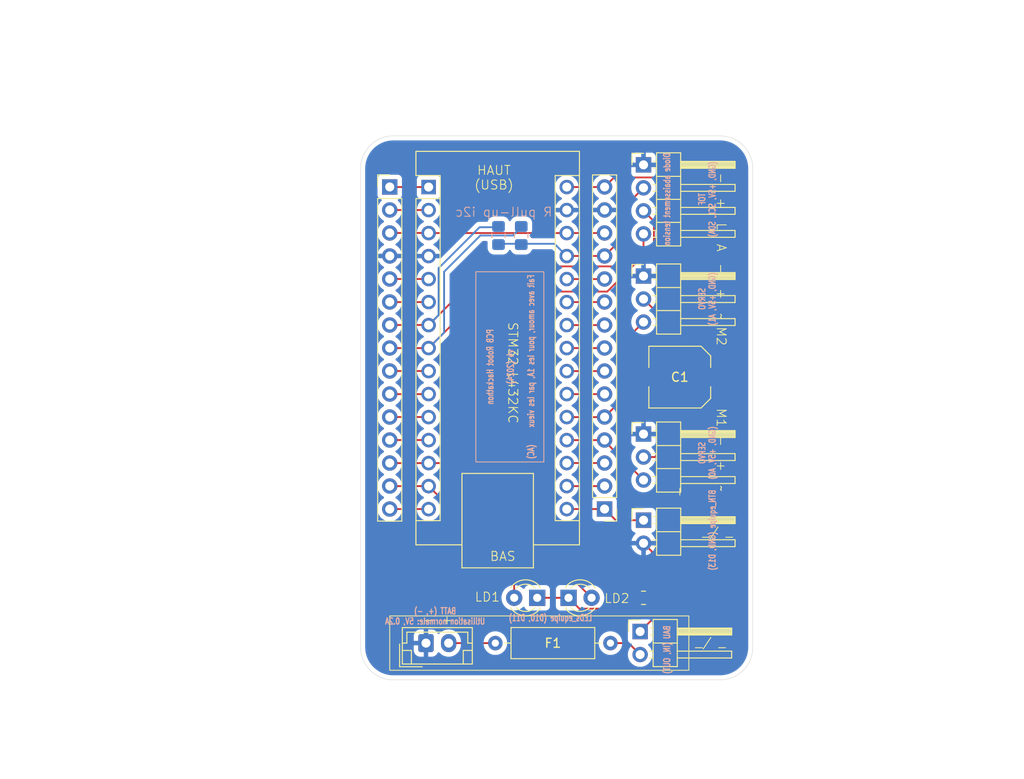
<source format=kicad_pcb>
(kicad_pcb (version 20240108) (generator "pcbnew") (generator_version "8.0")
  (layers (0 "F.Cu" signal) (31 "B.Cu" signal) (34 "B.Paste" user) (35 "F.Paste" user) (36 "B.SilkS" user "B.Silkscreen") (37 "F.SilkS" user "F.Silkscreen") (38 "B.Mask" user) (39 "F.Mask" user) (44 "Edge.Cuts" user))
  (net 0 "")
  (net 1 "D10")
  (net 2 "D3")
  (net 3 "A4")
  (net 4 "GND")
  (net 5 "A3")
  (net 6 "A1")
  (net 7 "D9")
  (net 8 "A2")
  (net 9 "D2")
  (net 10 "D5")
  (net 11 "+3.3V")
  (net 12 "D0")
  (net 13 "D6")
  (net 14 "A6")
  (net 15 "D11")
  (net 16 "D1")
  (net 17 "D13")
  (net 18 "AREF")
  (net 19 "D8")
  (net 20 "VIN")
  (net 21 "+5V")
  (net 22 "A0")
  (net 23 "D4")
  (net 24 "Net-(J4-Pin_2)")
  (net 25 "A5")
  (net 26 "Net-(J5-Pin_2)")
  (net 27 "Net-(D1-K)")
  (net 28 "A7")
  (net 29 "D12")
  (net 30 "D7")
  (net 31 "RESET")
  (footprint "Connector_PinHeader_2.54mm:PinHeader_1x04_P2.54mm_Horizontal" (layer "F.Cu") (at 158 59.2)
    (property "Reference" "J7" (hide yes))
    (property "Value" "Conn_01x04_Pin" (hide yes))
    (fp_line (start -1.27 -1.27) (end 0 -1.27) (stroke (width 0.12)) (layer "F.SilkS"))
    (fp_line (start -1.27 0) (end -1.27 -1.27) (stroke (width 0.12)) (layer "F.SilkS"))
    (fp_line (start 1.042929 2.16) (end 1.44 2.16) (stroke (width 0.12)) (layer "F.SilkS"))
    (fp_line (start 1.042929 2.92) (end 1.44 2.92) (stroke (width 0.12)) (layer "F.SilkS"))
    (fp_line (start 1.042929 4.7) (end 1.44 4.7) (stroke (width 0.12)) (layer "F.SilkS"))
    (fp_line (start 1.042929 5.46) (end 1.44 5.46) (stroke (width 0.12)) (layer "F.SilkS"))
    (fp_line (start 1.042929 7.24) (end 1.44 7.24) (stroke (width 0.12)) (layer "F.SilkS"))
    (fp_line (start 1.042929 8) (end 1.44 8) (stroke (width 0.12)) (layer "F.SilkS"))
    (fp_line (start 1.11 -0.38) (end 1.44 -0.38) (stroke (width 0.12)) (layer "F.SilkS"))
    (fp_line (start 1.11 0.38) (end 1.44 0.38) (stroke (width 0.12)) (layer "F.SilkS"))
    (fp_line (start 1.44 -1.33) (end 1.44 8.95) (stroke (width 0.12)) (layer "F.SilkS"))
    (fp_line (start 1.44 1.27) (end 4.1 1.27) (stroke (width 0.12)) (layer "F.SilkS"))
    (fp_line (start 1.44 3.81) (end 4.1 3.81) (stroke (width 0.12)) (layer "F.SilkS"))
    (fp_line (start 1.44 6.35) (end 4.1 6.35) (stroke (width 0.12)) (layer "F.SilkS"))
    (fp_line (start 1.44 8.95) (end 4.1 8.95) (stroke (width 0.12)) (layer "F.SilkS"))
    (fp_line (start 4.1 -1.33) (end 1.44 -1.33) (stroke (width 0.12)) (layer "F.SilkS"))
    (fp_line (start 4.1 -0.38) (end 10.1 -0.38) (stroke (width 0.12)) (layer "F.SilkS"))
    (fp_line (start 4.1 -0.32) (end 10.1 -0.32) (stroke (width 0.12)) (layer "F.SilkS"))
    (fp_line (start 4.1 -0.2) (end 10.1 -0.2) (stroke (width 0.12)) (layer "F.SilkS"))
    (fp_line (start 4.1 -0.08) (end 10.1 -0.08) (stroke (width 0.12)) (layer "F.SilkS"))
    (fp_line (start 4.1 0.04) (end 10.1 0.04) (stroke (width 0.12)) (layer "F.SilkS"))
    (fp_line (start 4.1 0.16) (end 10.1 0.16) (stroke (width 0.12)) (layer "F.SilkS"))
    (fp_line (start 4.1 0.28) (end 10.1 0.28) (stroke (width 0.12)) (layer "F.SilkS"))
    (fp_line (start 4.1 2.16) (end 10.1 2.16) (stroke (width 0.12)) (layer "F.SilkS"))
    (fp_line (start 4.1 4.7) (end 10.1 4.7) (stroke (width 0.12)) (layer "F.SilkS"))
    (fp_line (start 4.1 7.24) (end 10.1 7.24) (stroke (width 0.12)) (layer "F.SilkS"))
    (fp_line (start 4.1 8.95) (end 4.1 -1.33) (stroke (width 0.12)) (layer "F.SilkS"))
    (fp_line (start 10.1 -0.38) (end 10.1 0.38) (stroke (width 0.12)) (layer "F.SilkS"))
    (fp_line (start 10.1 0.38) (end 4.1 0.38) (stroke (width 0.12)) (layer "F.SilkS"))
    (fp_line (start 10.1 2.16) (end 10.1 2.92) (stroke (width 0.12)) (layer "F.SilkS"))
    (fp_line (start 10.1 2.92) (end 4.1 2.92) (stroke (width 0.12)) (layer "F.SilkS"))
    (fp_line (start 10.1 4.7) (end 10.1 5.46) (stroke (width 0.12)) (layer "F.SilkS"))
    (fp_line (start 10.1 5.46) (end 4.1 5.46) (stroke (width 0.12)) (layer "F.SilkS"))
    (fp_line (start 10.1 7.24) (end 10.1 8) (stroke (width 0.12)) (layer "F.SilkS"))
    (fp_line (start 10.1 8) (end 4.1 8) (stroke (width 0.12)) (layer "F.SilkS"))
    (pad "1" thru_hole rect (at 0 0) (size 1.7 1.7) (drill 1) (layers "*.Cu" "*.Mask") (net 4 "GND"))
    (pad "2" thru_hole oval (at 0 2.54) (size 1.7 1.7) (drill 1) (layers "*.Cu" "*.Mask") (net 21 "+5V"))
    (pad "3" thru_hole oval (at 0 5.08) (size 1.7 1.7) (drill 1) (layers "*.Cu" "*.Mask") (net 10 "D5"))
    (pad "4" thru_hole oval (at 0 7.62) (size 1.7 1.7) (drill 1) (layers "*.Cu" "*.Mask") (net 23 "D4"))
  )
  (footprint "Connector_JST:JST_EH_B2B-EH-A_1x02_P2.50mm_Vertical" (layer "F.Cu") (at 134 112)
    (property "Reference" "J5" (hide yes))
    (property "Value" "Conn_01x02_Pin" (hide yes))
    (fp_line (start -2.91 0.11) (end -2.91 2.61) (stroke (width 0.12)) (layer "F.SilkS"))
    (fp_line (start -2.91 2.61) (end -0.41 2.61) (stroke (width 0.12)) (layer "F.SilkS"))
    (fp_line (start -2.61 -1.71) (end -2.61 2.31) (stroke (width 0.12)) (layer "F.SilkS"))
    (fp_line (start -2.61 0) (end -2.11 0) (stroke (width 0.12)) (layer "F.SilkS"))
    (fp_line (start -2.61 0.81) (end -1.61 0.81) (stroke (width 0.12)) (layer "F.SilkS"))
    (fp_line (start -2.61 2.31) (end 5.11 2.31) (stroke (width 0.12)) (layer "F.SilkS"))
    (fp_line (start -2.11 -1.21) (end 4.61 -1.21) (stroke (width 0.12)) (layer "F.SilkS"))
    (fp_line (start -2.11 0) (end -2.11 -1.21) (stroke (width 0.12)) (layer "F.SilkS"))
    (fp_line (start -1.61 0.81) (end -1.61 2.31) (stroke (width 0.12)) (layer "F.SilkS"))
    (fp_line (start 4.11 0.81) (end 4.11 2.31) (stroke (width 0.12)) (layer "F.SilkS"))
    (fp_line (start 4.61 -1.21) (end 4.61 0) (stroke (width 0.12)) (layer "F.SilkS"))
    (fp_line (start 4.61 0) (end 5.11 0) (stroke (width 0.12)) (layer "F.SilkS"))
    (fp_line (start 5.11 -1.71) (end -2.61 -1.71) (stroke (width 0.12)) (layer "F.SilkS"))
    (fp_line (start 5.11 0.81) (end 4.11 0.81) (stroke (width 0.12)) (layer "F.SilkS"))
    (fp_line (start 5.11 2.31) (end 5.11 -1.71) (stroke (width 0.12)) (layer "F.SilkS"))
    (pad "1" thru_hole roundrect (at 0 0) (size 1.7 2) (drill 1) (layers "*.Cu" "*.Mask") (roundrect_rratio 0.147059) (net 4 "GND"))
    (pad "2" thru_hole oval (at 2.5 0) (size 1.7 2) (drill 1) (layers "*.Cu" "*.Mask") (net 26 "Net-(J5-Pin_2)"))
  )
  (footprint "LED_THT:LED_D3.0mm" (layer "F.Cu") (at 149.73 107)
    (property "Reference" "D1" (hide yes))
    (property "Value" "LED" (hide yes))
    (fp_line (start -0.29 -1.236) (end -0.29 -1.08) (stroke (width 0.12)) (layer "F.SilkS"))
    (fp_line (start -0.29 1.08) (end -0.29 1.236) (stroke (width 0.12)) (layer "F.SilkS"))
    (fp_arc (start -0.29 -1.235516) (mid 1.366487 -1.987659) (end 2.942335 -1.078608) (stroke (width 0.12)) (layer "F.SilkS"))
    (fp_arc (start 0.229039 -1.08) (mid 1.270117 -1.5) (end 2.31113 -1.079837) (stroke (width 0.12)) (layer "F.SilkS"))
    (fp_arc (start 2.31113 1.079837) (mid 1.270117 1.5) (end 0.229039 1.08) (stroke (width 0.12)) (layer "F.SilkS"))
    (fp_arc (start 2.942335 1.078608) (mid 1.366487 1.987659) (end -0.29 1.235516) (stroke (width 0.12)) (layer "F.SilkS"))
    (pad "1" thru_hole rect (at 0 0) (size 1.8 1.8) (drill 0.9) (layers "*.Cu" "*.Mask") (net 27 "Net-(D1-K)"))
    (pad "2" thru_hole circle (at 2.54 0) (size 1.8 1.8) (drill 0.9) (layers "*.Cu" "*.Mask") (net 1 "D10"))
  )
  (footprint "Connector_PinHeader_2.54mm:PinHeader_1x02_P2.54mm_Horizontal" (layer "F.Cu") (at 158.003632 98.43)
    (property "Reference" "J6" (hide yes))
    (property "Value" "Conn_01x02_Pin" (hide yes))
    (fp_line (start -1.27 -1.27) (end 0 -1.27) (stroke (width 0.12)) (layer "F.SilkS"))
    (fp_line (start -1.27 0) (end -1.27 -1.27) (stroke (width 0.12)) (layer "F.SilkS"))
    (fp_line (start 1.042929 2.16) (end 1.44 2.16) (stroke (width 0.12)) (layer "F.SilkS"))
    (fp_line (start 1.042929 2.92) (end 1.44 2.92) (stroke (width 0.12)) (layer "F.SilkS"))
    (fp_line (start 1.11 -0.38) (end 1.44 -0.38) (stroke (width 0.12)) (layer "F.SilkS"))
    (fp_line (start 1.11 0.38) (end 1.44 0.38) (stroke (width 0.12)) (layer "F.SilkS"))
    (fp_line (start 1.44 -1.33) (end 1.44 3.87) (stroke (width 0.12)) (layer "F.SilkS"))
    (fp_line (start 1.44 1.27) (end 4.1 1.27) (stroke (width 0.12)) (layer "F.SilkS"))
    (fp_line (start 1.44 3.87) (end 4.1 3.87) (stroke (width 0.12)) (layer "F.SilkS"))
    (fp_line (start 4.1 -1.33) (end 1.44 -1.33) (stroke (width 0.12)) (layer "F.SilkS"))
    (fp_line (start 4.1 -0.38) (end 10.1 -0.38) (stroke (width 0.12)) (layer "F.SilkS"))
    (fp_line (start 4.1 -0.32) (end 10.1 -0.32) (stroke (width 0.12)) (layer "F.SilkS"))
    (fp_line (start 4.1 -0.2) (end 10.1 -0.2) (stroke (width 0.12)) (layer "F.SilkS"))
    (fp_line (start 4.1 -0.08) (end 10.1 -0.08) (stroke (width 0.12)) (layer "F.SilkS"))
    (fp_line (start 4.1 0.04) (end 10.1 0.04) (stroke (width 0.12)) (layer "F.SilkS"))
    (fp_line (start 4.1 0.16) (end 10.1 0.16) (stroke (width 0.12)) (layer "F.SilkS"))
    (fp_line (start 4.1 0.28) (end 10.1 0.28) (stroke (width 0.12)) (layer "F.SilkS"))
    (fp_line (start 4.1 2.16) (end 10.1 2.16) (stroke (width 0.12)) (layer "F.SilkS"))
    (fp_line (start 4.1 3.87) (end 4.1 -1.33) (stroke (width 0.12)) (layer "F.SilkS"))
    (fp_line (start 10.1 -0.38) (end 10.1 0.38) (stroke (width 0.12)) (layer "F.SilkS"))
    (fp_line (start 10.1 0.38) (end 4.1 0.38) (stroke (width 0.12)) (layer "F.SilkS"))
    (fp_line (start 10.1 2.16) (end 10.1 2.92) (stroke (width 0.12)) (layer "F.SilkS"))
    (fp_line (start 10.1 2.92) (end 4.1 2.92) (stroke (width 0.12)) (layer "F.SilkS"))
    (pad "1" thru_hole rect (at 0 0) (size 1.7 1.7) (drill 1) (layers "*.Cu" "*.Mask") (net 17 "D13"))
    (pad "2" thru_hole oval (at 0 2.54) (size 1.7 1.7) (drill 1) (layers "*.Cu" "*.Mask") (net 4 "GND"))
  )
  (footprint "Connector_PinHeader_2.54mm:PinHeader_1x03_P2.54mm_Horizontal" (layer "F.Cu") (at 158 88.92)
    (property "Reference" "J2" (hide yes))
    (property "Value" "Conn_01x03_Pin" (hide yes))
    (fp_line (start -1.27 -1.27) (end 0 -1.27) (stroke (width 0.12)) (layer "F.SilkS"))
    (fp_line (start -1.27 0) (end -1.27 -1.27) (stroke (width 0.12)) (layer "F.SilkS"))
    (fp_line (start 1.042929 2.16) (end 1.44 2.16) (stroke (width 0.12)) (layer "F.SilkS"))
    (fp_line (start 1.042929 2.92) (end 1.44 2.92) (stroke (width 0.12)) (layer "F.SilkS"))
    (fp_line (start 1.042929 4.7) (end 1.44 4.7) (stroke (width 0.12)) (layer "F.SilkS"))
    (fp_line (start 1.042929 5.46) (end 1.44 5.46) (stroke (width 0.12)) (layer "F.SilkS"))
    (fp_line (start 1.11 -0.38) (end 1.44 -0.38) (stroke (width 0.12)) (layer "F.SilkS"))
    (fp_line (start 1.11 0.38) (end 1.44 0.38) (stroke (width 0.12)) (layer "F.SilkS"))
    (fp_line (start 1.44 -1.33) (end 1.44 6.41) (stroke (width 0.12)) (layer "F.SilkS"))
    (fp_line (start 1.44 1.27) (end 4.1 1.27) (stroke (width 0.12)) (layer "F.SilkS"))
    (fp_line (start 1.44 3.81) (end 4.1 3.81) (stroke (width 0.12)) (layer "F.SilkS"))
    (fp_line (start 1.44 6.41) (end 4.1 6.41) (stroke (width 0.12)) (layer "F.SilkS"))
    (fp_line (start 4.1 -1.33) (end 1.44 -1.33) (stroke (width 0.12)) (layer "F.SilkS"))
    (fp_line (start 4.1 -0.38) (end 10.1 -0.38) (stroke (width 0.12)) (layer "F.SilkS"))
    (fp_line (start 4.1 -0.32) (end 10.1 -0.32) (stroke (width 0.12)) (layer "F.SilkS"))
    (fp_line (start 4.1 -0.2) (end 10.1 -0.2) (stroke (width 0.12)) (layer "F.SilkS"))
    (fp_line (start 4.1 -0.08) (end 10.1 -0.08) (stroke (width 0.12)) (layer "F.SilkS"))
    (fp_line (start 4.1 0.04) (end 10.1 0.04) (stroke (width 0.12)) (layer "F.SilkS"))
    (fp_line (start 4.1 0.16) (end 10.1 0.16) (stroke (width 0.12)) (layer "F.SilkS"))
    (fp_line (start 4.1 0.28) (end 10.1 0.28) (stroke (width 0.12)) (layer "F.SilkS"))
    (fp_line (start 4.1 2.16) (end 10.1 2.16) (stroke (width 0.12)) (layer "F.SilkS"))
    (fp_line (start 4.1 4.7) (end 10.1 4.7) (stroke (width 0.12)) (layer "F.SilkS"))
    (fp_line (start 4.1 6.41) (end 4.1 -1.33) (stroke (width 0.12)) (layer "F.SilkS"))
    (fp_line (start 10.1 -0.38) (end 10.1 0.38) (stroke (width 0.12)) (layer "F.SilkS"))
    (fp_line (start 10.1 0.38) (end 4.1 0.38) (stroke (width 0.12)) (layer "F.SilkS"))
    (fp_line (start 10.1 2.16) (end 10.1 2.92) (stroke (width 0.12)) (layer "F.SilkS"))
    (fp_line (start 10.1 2.92) (end 4.1 2.92) (stroke (width 0.12)) (layer "F.SilkS"))
    (fp_line (start 10.1 4.7) (end 10.1 5.46) (stroke (width 0.12)) (layer "F.SilkS"))
    (fp_line (start 10.1 5.46) (end 4.1 5.46) (stroke (width 0.12)) (layer "F.SilkS"))
    (pad "1" thru_hole rect (at 0 0) (size 1.7 1.7) (drill 1) (layers "*.Cu" "*.Mask") (net 4 "GND"))
    (pad "2" thru_hole oval (at 0 2.54) (size 1.7 1.7) (drill 1) (layers "*.Cu" "*.Mask") (net 20 "VIN"))
    (pad "3" thru_hole oval (at 0 5.08) (size 1.7 1.7) (drill 1) (layers "*.Cu" "*.Mask") (net 22 "A0"))
  )
  (footprint "Connector_PinHeader_2.54mm:PinHeader_1x02_P2.54mm_Horizontal" (layer "F.Cu") (at 157.625 110.725)
    (property "Reference" "J4" (hide yes))
    (property "Value" "Conn_01x02_Pin" (hide yes))
    (fp_line (start -1.27 -1.27) (end 0 -1.27) (stroke (width 0.12)) (layer "F.SilkS"))
    (fp_line (start -1.27 0) (end -1.27 -1.27) (stroke (width 0.12)) (layer "F.SilkS"))
    (fp_line (start 1.042929 2.16) (end 1.44 2.16) (stroke (width 0.12)) (layer "F.SilkS"))
    (fp_line (start 1.042929 2.92) (end 1.44 2.92) (stroke (width 0.12)) (layer "F.SilkS"))
    (fp_line (start 1.11 -0.38) (end 1.44 -0.38) (stroke (width 0.12)) (layer "F.SilkS"))
    (fp_line (start 1.11 0.38) (end 1.44 0.38) (stroke (width 0.12)) (layer "F.SilkS"))
    (fp_line (start 1.44 -1.33) (end 1.44 3.87) (stroke (width 0.12)) (layer "F.SilkS"))
    (fp_line (start 1.44 1.27) (end 4.1 1.27) (stroke (width 0.12)) (layer "F.SilkS"))
    (fp_line (start 1.44 3.87) (end 4.1 3.87) (stroke (width 0.12)) (layer "F.SilkS"))
    (fp_line (start 4.1 -1.33) (end 1.44 -1.33) (stroke (width 0.12)) (layer "F.SilkS"))
    (fp_line (start 4.1 -0.38) (end 10.1 -0.38) (stroke (width 0.12)) (layer "F.SilkS"))
    (fp_line (start 4.1 -0.32) (end 10.1 -0.32) (stroke (width 0.12)) (layer "F.SilkS"))
    (fp_line (start 4.1 -0.2) (end 10.1 -0.2) (stroke (width 0.12)) (layer "F.SilkS"))
    (fp_line (start 4.1 -0.08) (end 10.1 -0.08) (stroke (width 0.12)) (layer "F.SilkS"))
    (fp_line (start 4.1 0.04) (end 10.1 0.04) (stroke (width 0.12)) (layer "F.SilkS"))
    (fp_line (start 4.1 0.16) (end 10.1 0.16) (stroke (width 0.12)) (layer "F.SilkS"))
    (fp_line (start 4.1 0.28) (end 10.1 0.28) (stroke (width 0.12)) (layer "F.SilkS"))
    (fp_line (start 4.1 2.16) (end 10.1 2.16) (stroke (width 0.12)) (layer "F.SilkS"))
    (fp_line (start 4.1 3.87) (end 4.1 -1.33) (stroke (width 0.12)) (layer "F.SilkS"))
    (fp_line (start 10.1 -0.38) (end 10.1 0.38) (stroke (width 0.12)) (layer "F.SilkS"))
    (fp_line (start 10.1 0.38) (end 4.1 0.38) (stroke (width 0.12)) (layer "F.SilkS"))
    (fp_line (start 10.1 2.16) (end 10.1 2.92) (stroke (width 0.12)) (layer "F.SilkS"))
    (fp_line (start 10.1 2.92) (end 4.1 2.92) (stroke (width 0.12)) (layer "F.SilkS"))
    (pad "1" thru_hole rect (at 0 0) (size 1.7 1.7) (drill 1) (layers "*.Cu" "*.Mask") (net 20 "VIN"))
    (pad "2" thru_hole oval (at 0 2.54) (size 1.7 1.7) (drill 1) (layers "*.Cu" "*.Mask") (net 24 "Net-(J4-Pin_2)"))
  )
  (footprint "Connector_PinHeader_2.54mm:PinHeader_1x15_P2.54mm_Vertical" (layer "F.Cu") (at 153.703632 97.2 180)
    (property "Reference" "J9" (hide yes))
    (property "Value" "Conn_01x15_Pin" (hide yes))
    (fp_line (start 1.33 1.27) (end 1.33 36.89) (stroke (width 0.12)) (layer "F.SilkS"))
    (fp_line (start -1.33 36.89) (end 1.33 36.89) (stroke (width 0.12)) (layer "F.SilkS"))
    (fp_line (start -1.33 1.27) (end 1.33 1.27) (stroke (width 0.12)) (layer "F.SilkS"))
    (fp_line (start -1.33 1.27) (end -1.33 36.89) (stroke (width 0.12)) (layer "F.SilkS"))
    (fp_line (start -1.33 0) (end -1.33 -1.33) (stroke (width 0.12)) (layer "F.SilkS"))
    (fp_line (start -1.33 -1.33) (end 0 -1.33) (stroke (width 0.12)) (layer "F.SilkS"))
    (pad "1" thru_hole rect (at 0 0 180) (size 1.7 1.7) (drill 1) (layers "*.Cu" "*.Mask") (net 17 "D13"))
    (pad "2" thru_hole oval (at 0 2.54 180) (size 1.7 1.7) (drill 1) (layers "*.Cu" "*.Mask") (net 11 "+3.3V"))
    (pad "3" thru_hole oval (at 0 5.08 180) (size 1.7 1.7) (drill 1) (layers "*.Cu" "*.Mask") (net 18 "AREF"))
    (pad "4" thru_hole oval (at 0 7.62 180) (size 1.7 1.7) (drill 1) (layers "*.Cu" "*.Mask") (net 22 "A0"))
    (pad "5" thru_hole oval (at 0 10.16 180) (size 1.7 1.7) (drill 1) (layers "*.Cu" "*.Mask") (net 6 "A1"))
    (pad "6" thru_hole oval (at 0 12.7 180) (size 1.7 1.7) (drill 1) (layers "*.Cu" "*.Mask") (net 8 "A2"))
    (pad "7" thru_hole oval (at 0 15.24 180) (size 1.7 1.7) (drill 1) (layers "*.Cu" "*.Mask") (net 5 "A3"))
    (pad "8" thru_hole oval (at 0 17.78 180) (size 1.7 1.7) (drill 1) (layers "*.Cu" "*.Mask") (net 3 "A4"))
    (pad "9" thru_hole oval (at 0 20.32 180) (size 1.7 1.7) (drill 1) (layers "*.Cu" "*.Mask") (net 25 "A5"))
    (pad "10" thru_hole oval (at 0 22.86 180) (size 1.7 1.7) (drill 1) (layers "*.Cu" "*.Mask") (net 14 "A6"))
    (pad "11" thru_hole oval (at 0 25.4 180) (size 1.7 1.7) (drill 1) (layers "*.Cu" "*.Mask") (net 28 "A7"))
    (pad "12" thru_hole oval (at 0 27.94 180) (size 1.7 1.7) (drill 1) (layers "*.Cu" "*.Mask") (net 21 "+5V"))
    (pad "13" thru_hole oval (at 0 30.48 180) (size 1.7 1.7) (drill 1) (layers "*.Cu" "*.Mask") (net 31 "RESET"))
    (pad "14" thru_hole oval (at 0 33.02 180) (size 1.7 1.7) (drill 1) (layers "*.Cu" "*.Mask") (net 4 "GND"))
    (pad "15" thru_hole oval (at 0 35.56 180) (size 1.7 1.7) (drill 1) (layers "*.Cu" "*.Mask") (net 20 "VIN"))
  )
  (footprint "Connector_PinHeader_2.54mm:PinHeader_1x15_P2.54mm_Vertical" (layer "F.Cu") (at 130 61.64)
    (property "Reference" "J10" (hide yes))
    (property "Value" "Conn_01x15_Pin" (hide yes))
    (fp_line (start -1.33 -1.33) (end 0 -1.33) (stroke (width 0.12)) (layer "F.SilkS"))
    (fp_line (start -1.33 0) (end -1.33 -1.33) (stroke (width 0.12)) (layer "F.SilkS"))
    (fp_line (start -1.33 1.27) (end -1.33 36.89) (stroke (width 0.12)) (layer "F.SilkS"))
    (fp_line (start -1.33 1.27) (end 1.33 1.27) (stroke (width 0.12)) (layer "F.SilkS"))
    (fp_line (start -1.33 36.89) (end 1.33 36.89) (stroke (width 0.12)) (layer "F.SilkS"))
    (fp_line (start 1.33 1.27) (end 1.33 36.89) (stroke (width 0.12)) (layer "F.SilkS"))
    (pad "1" thru_hole rect (at 0 0) (size 1.7 1.7) (drill 1) (layers "*.Cu" "*.Mask") (net 16 "D1"))
    (pad "2" thru_hole oval (at 0 2.54) (size 1.7 1.7) (drill 1) (layers "*.Cu" "*.Mask") (net 12 "D0"))
    (pad "3" thru_hole oval (at 0 5.08) (size 1.7 1.7) (drill 1) (layers "*.Cu" "*.Mask") (net 31 "RESET"))
    (pad "4" thru_hole oval (at 0 7.62) (size 1.7 1.7) (drill 1) (layers "*.Cu" "*.Mask") (net 4 "GND"))
    (pad "5" thru_hole oval (at 0 10.16) (size 1.7 1.7) (drill 1) (layers "*.Cu" "*.Mask") (net 9 "D2"))
    (pad "6" thru_hole oval (at 0 12.7) (size 1.7 1.7) (drill 1) (layers "*.Cu" "*.Mask") (net 2 "D3"))
    (pad "7" thru_hole oval (at 0 15.24) (size 1.7 1.7) (drill 1) (layers "*.Cu" "*.Mask") (net 23 "D4"))
    (pad "8" thru_hole oval (at 0 17.78) (size 1.7 1.7) (drill 1) (layers "*.Cu" "*.Mask") (net 10 "D5"))
    (pad "9" thru_hole oval (at 0 20.32) (size 1.7 1.7) (drill 1) (layers "*.Cu" "*.Mask") (net 13 "D6"))
    (pad "10" thru_hole oval (at 0 22.86) (size 1.7 1.7) (drill 1) (layers "*.Cu" "*.Mask") (net 30 "D7"))
    (pad "11" thru_hole oval (at 0 25.4) (size 1.7 1.7) (drill 1) (layers "*.Cu" "*.Mask") (net 19 "D8"))
    (pad "12" thru_hole oval (at 0 27.94) (size 1.7 1.7) (drill 1) (layers "*.Cu" "*.Mask") (net 7 "D9"))
    (pad "13" thru_hole oval (at 0 30.48) (size 1.7 1.7) (drill 1) (layers "*.Cu" "*.Mask") (net 1 "D10"))
    (pad "14" thru_hole oval (at 0 33.02) (size 1.7 1.7) (drill 1) (layers "*.Cu" "*.Mask") (net 15 "D11"))
    (pad "15" thru_hole oval (at 0 35.56) (size 1.7 1.7) (drill 1) (layers "*.Cu" "*.Mask") (net 29 "D12"))
  )
  (footprint "LED_THT:LED_D3.0mm" (layer "F.Cu") (at 146.27 107 180)
    (property "Reference" "D2" (hide yes))
    (property "Value" "LED" (hide yes))
    (fp_line (start -0.29 1.08) (end -0.29 1.236) (stroke (width 0.12)) (layer "F.SilkS"))
    (fp_line (start -0.29 -1.236) (end -0.29 -1.08) (stroke (width 0.12)) (layer "F.SilkS"))
    (fp_arc (start 2.942335 1.078608) (mid 1.366487 1.987659) (end -0.29 1.235516) (stroke (width 0.12)) (layer "F.SilkS"))
    (fp_arc (start 2.31113 1.079837) (mid 1.270117 1.5) (end 0.229039 1.08) (stroke (width 0.12)) (layer "F.SilkS"))
    (fp_arc (start 0.229039 -1.08) (mid 1.270117 -1.5) (end 2.31113 -1.079837) (stroke (width 0.12)) (layer "F.SilkS"))
    (fp_arc (start -0.29 -1.235516) (mid 1.366487 -1.987659) (end 2.942335 -1.078608) (stroke (width 0.12)) (layer "F.SilkS"))
    (pad "1" thru_hole rect (at 0 0 180) (size 1.8 1.8) (drill 0.9) (layers "*.Cu" "*.Mask") (net 27 "Net-(D1-K)"))
    (pad "2" thru_hole circle (at 2.54 0 180) (size 1.8 1.8) (drill 0.9) (layers "*.Cu" "*.Mask") (net 15 "D11"))
  )
  (footprint "Resistor_THT:R_Axial_DIN0309_L9.0mm_D3.2mm_P12.70mm_Horizontal" (layer "F.Cu") (at 141.65 112)
    (property "Reference" "F1" (at 6.35 0 0) (layer "F.SilkS"))
    (property "Value" "Fuse" (hide yes))
    (fp_line (start 1.04 0) (end 1.73 0) (stroke (width 0.12)) (layer "F.SilkS"))
    (fp_line (start 1.73 -1.72) (end 1.73 1.72) (stroke (width 0.12)) (layer "F.SilkS"))
    (fp_line (start 1.73 1.72) (end 10.97 1.72) (stroke (width 0.12)) (layer "F.SilkS"))
    (fp_line (start 10.97 -1.72) (end 1.73 -1.72) (stroke (width 0.12)) (layer "F.SilkS"))
    (fp_line (start 10.97 1.72) (end 10.97 -1.72) (stroke (width 0.12)) (layer "F.SilkS"))
    (fp_line (start 11.66 0) (end 10.97 0) (stroke (width 0.12)) (layer "F.SilkS"))
    (pad "1" thru_hole circle (at 0 0) (size 1.6 1.6) (drill 0.8) (layers "*.Cu" "*.Mask") (net 26 "Net-(J5-Pin_2)"))
    (pad "2" thru_hole oval (at 12.7 0) (size 1.6 1.6) (drill 0.8) (layers "*.Cu" "*.Mask") (net 24 "Net-(J4-Pin_2)"))
  )
  (footprint "Connector_PinHeader_2.54mm:PinHeader_1x03_P2.54mm_Horizontal" (layer "F.Cu") (at 158 71.475)
    (property "Reference" "J3" (hide yes))
    (property "Value" "Conn_01x03_Pin" (hide yes))
    (fp_line (start -1.27 -1.27) (end 0 -1.27) (stroke (width 0.12)) (layer "F.SilkS"))
    (fp_line (start -1.27 0) (end -1.27 -1.27) (stroke (width 0.12)) (layer "F.SilkS"))
    (fp_line (start 1.042929 2.16) (end 1.44 2.16) (stroke (width 0.12)) (layer "F.SilkS"))
    (fp_line (start 1.042929 2.92) (end 1.44 2.92) (stroke (width 0.12)) (layer "F.SilkS"))
    (fp_line (start 1.042929 4.7) (end 1.44 4.7) (stroke (width 0.12)) (layer "F.SilkS"))
    (fp_line (start 1.042929 5.46) (end 1.44 5.46) (stroke (width 0.12)) (layer "F.SilkS"))
    (fp_line (start 1.11 -0.38) (end 1.44 -0.38) (stroke (width 0.12)) (layer "F.SilkS"))
    (fp_line (start 1.11 0.38) (end 1.44 0.38) (stroke (width 0.12)) (layer "F.SilkS"))
    (fp_line (start 1.44 -1.33) (end 1.44 6.41) (stroke (width 0.12)) (layer "F.SilkS"))
    (fp_line (start 1.44 1.27) (end 4.1 1.27) (stroke (width 0.12)) (layer "F.SilkS"))
    (fp_line (start 1.44 3.81) (end 4.1 3.81) (stroke (width 0.12)) (layer "F.SilkS"))
    (fp_line (start 1.44 6.41) (end 4.1 6.41) (stroke (width 0.12)) (layer "F.SilkS"))
    (fp_line (start 4.1 -1.33) (end 1.44 -1.33) (stroke (width 0.12)) (layer "F.SilkS"))
    (fp_line (start 4.1 -0.38) (end 10.1 -0.38) (stroke (width 0.12)) (layer "F.SilkS"))
    (fp_line (start 4.1 -0.32) (end 10.1 -0.32) (stroke (width 0.12)) (layer "F.SilkS"))
    (fp_line (start 4.1 -0.2) (end 10.1 -0.2) (stroke (width 0.12)) (layer "F.SilkS"))
    (fp_line (start 4.1 -0.08) (end 10.1 -0.08) (stroke (width 0.12)) (layer "F.SilkS"))
    (fp_line (start 4.1 0.04) (end 10.1 0.04) (stroke (width 0.12)) (layer "F.SilkS"))
    (fp_line (start 4.1 0.16) (end 10.1 0.16) (stroke (width 0.12)) (layer "F.SilkS"))
    (fp_line (start 4.1 0.28) (end 10.1 0.28) (stroke (width 0.12)) (layer "F.SilkS"))
    (fp_line (start 4.1 2.16) (end 10.1 2.16) (stroke (width 0.12)) (layer "F.SilkS"))
    (fp_line (start 4.1 4.7) (end 10.1 4.7) (stroke (width 0.12)) (layer "F.SilkS"))
    (fp_line (start 4.1 6.41) (end 4.1 -1.33) (stroke (width 0.12)) (layer "F.SilkS"))
    (fp_line (start 10.1 -0.38) (end 10.1 0.38) (stroke (width 0.12)) (layer "F.SilkS"))
    (fp_line (start 10.1 0.38) (end 4.1 0.38) (stroke (width 0.12)) (layer "F.SilkS"))
    (fp_line (start 10.1 2.16) (end 10.1 2.92) (stroke (width 0.12)) (layer "F.SilkS"))
    (fp_line (start 10.1 2.92) (end 4.1 2.92) (stroke (width 0.12)) (layer "F.SilkS"))
    (fp_line (start 10.1 4.7) (end 10.1 5.46) (stroke (width 0.12)) (layer "F.SilkS"))
    (fp_line (start 10.1 5.46) (end 4.1 5.46) (stroke (width 0.12)) (layer "F.SilkS"))
    (pad "1" thru_hole rect (at 0 0) (size 1.7 1.7) (drill 1) (layers "*.Cu" "*.Mask") (net 4 "GND"))
    (pad "2" thru_hole oval (at 0 2.54) (size 1.7 1.7) (drill 1) (layers "*.Cu" "*.Mask") (net 20 "VIN"))
    (pad "3" thru_hole oval (at 0 5.08) (size 1.7 1.7) (drill 1) (layers "*.Cu" "*.Mask") (net 6 "A1"))
  )
  (footprint "Module:Arduino_Nano" (layer "F.Cu") (at 134.29 61.65)
    (property "Reference" "A1" (hide yes))
    (property "Value" "Arduino_Nano_v3.x" (hide yes))
    (fp_line (start -1.4 -3.94) (end -1.4 -1.27) (stroke (width 0.12)) (layer "F.SilkS"))
    (fp_line (start -1.4 1.27) (end -1.4 39.5) (stroke (width 0.12)) (layer "F.SilkS"))
    (fp_line (start -1.4 39.5) (end 3.68 39.5) (stroke (width 0.12)) (layer "F.SilkS"))
    (fp_line (start 1.27 -1.27) (end -1.4 -1.27) (stroke (width 0.12)) (layer "F.SilkS"))
    (fp_line (start 1.27 1.27) (end -1.4 1.27) (stroke (width 0.12)) (layer "F.SilkS"))
    (fp_line (start 1.27 1.27) (end 1.27 -1.27) (stroke (width 0.12)) (layer "F.SilkS"))
    (fp_line (start 1.27 1.27) (end 1.27 36.83) (stroke (width 0.12)) (layer "F.SilkS"))
    (fp_line (start 1.27 36.83) (end -1.4 36.83) (stroke (width 0.12)) (layer "F.SilkS"))
    (fp_line (start 3.68 31.62) (end 11.56 31.62) (stroke (width 0.12)) (layer "F.SilkS"))
    (fp_line (start 3.68 42.04) (end 3.68 31.62) (stroke (width 0.12)) (layer "F.SilkS"))
    (fp_line (start 11.56 31.62) (end 11.56 42.04) (stroke (width 0.12)) (layer "F.SilkS"))
    (fp_line (start 11.56 42.04) (end 3.68 42.04) (stroke (width 0.12)) (layer "F.SilkS"))
    (fp_line (start 13.97 -1.27) (end 13.97 36.83) (stroke (width 0.12)) (layer "F.SilkS"))
    (fp_line (start 13.97 -1.27) (end 16.64 -1.27) (stroke (width 0.12)) (layer "F.SilkS"))
    (fp_line (start 13.97 36.83) (end 16.64 36.83) (stroke (width 0.12)) (layer "F.SilkS"))
    (fp_line (start 16.64 -3.94) (end -1.4 -3.94) (stroke (width 0.12)) (layer "F.SilkS"))
    (fp_line (start 16.64 39.5) (end 11.56 39.5) (stroke (width 0.12)) (layer "F.SilkS"))
    (fp_line (start 16.64 39.5) (end 16.64 -3.94) (stroke (width 0.12)) (layer "F.SilkS"))
    (pad "1" thru_hole rect (at 0 0) (size 1.6 1.6) (drill 1) (layers "*.Cu" "*.Mask") (net 16 "D1"))
    (pad "2" thru_hole oval (at 0 2.54) (size 1.6 1.6) (drill 1) (layers "*.Cu" "*.Mask") (net 12 "D0"))
    (pad "3" thru_hole oval (at 0 5.08) (size 1.6 1.6) (drill 1) (layers "*.Cu" "*.Mask") (net 31 "RESET"))
    (pad "4" thru_hole oval (at 0 7.62) (size 1.6 1.6) (drill 1) (layers "*.Cu" "*.Mask") (net 4 "GND"))
    (pad "5" thru_hole oval (at 0 10.16) (size 1.6 1.6) (drill 1) (layers "*.Cu" "*.Mask") (net 9 "D2"))
    (pad "6" thru_hole oval (at 0 12.7) (size 1.6 1.6) (drill 1) (layers "*.Cu" "*.Mask") (net 2 "D3"))
    (pad "7" thru_hole oval (at 0 15.24) (size 1.6 1.6) (drill 1) (layers "*.Cu" "*.Mask") (net 23 "D4"))
    (pad "8" thru_hole oval (at 0 17.78) (size 1.6 1.6) (drill 1) (layers "*.Cu" "*.Mask") (net 10 "D5"))
    (pad "9" thru_hole oval (at 0 20.32) (size 1.6 1.6) (drill 1) (layers "*.Cu" "*.Mask") (net 13 "D6"))
    (pad "10" thru_hole oval (at 0 22.86) (size 1.6 1.6) (drill 1) (layers "*.Cu" "*.Mask") (net 30 "D7"))
    (pad "11" thru_hole oval (at 0 25.4) (size 1.6 1.6) (drill 1) (layers "*.Cu" "*.Mask") (net 19 "D8"))
    (pad "12" thru_hole oval (at 0 27.94) (size 1.6 1.6) (drill 1) (layers "*.Cu" "*.Mask") (net 7 "D9"))
    (pad "13" thru_hole oval (at 0 30.48) (size 1.6 1.6) (drill 1) (layers "*.Cu" "*.Mask") (net 1 "D10"))
    (pad "14" thru_hole oval (at 0 33.02) (size 1.6 1.6) (drill 1) (layers "*.Cu" "*.Mask") (net 15 "D11"))
    (pad "15" thru_hole oval (at 0 35.56) (size 1.6 1.6) (drill 1) (layers "*.Cu" "*.Mask") (net 29 "D12"))
    (pad "16" thru_hole oval (at 15.24 35.56) (size 1.6 1.6) (drill 1) (layers "*.Cu" "*.Mask") (net 17 "D13"))
    (pad "17" thru_hole oval (at 15.24 33.02) (size 1.6 1.6) (drill 1) (layers "*.Cu" "*.Mask") (net 11 "+3.3V"))
    (pad "18" thru_hole oval (at 15.24 30.48) (size 1.6 1.6) (drill 1) (layers "*.Cu" "*.Mask") (net 18 "AREF"))
    (pad "19" thru_hole oval (at 15.24 27.94) (size 1.6 1.6) (drill 1) (layers "*.Cu" "*.Mask") (net 22 "A0"))
    (pad "20" thru_hole oval (at 15.24 25.4) (size 1.6 1.6) (drill 1) (layers "*.Cu" "*.Mask") (net 6 "A1"))
    (pad "21" thru_hole oval (at 15.24 22.86) (size 1.6 1.6) (drill 1) (layers "*.Cu" "*.Mask") (net 8 "A2"))
    (pad "22" thru_hole oval (at 15.24 20.32) (size 1.6 1.6) (drill 1) (layers "*.Cu" "*.Mask") (net 5 "A3"))
    (pad "23" thru_hole oval (at 15.24 17.78) (size 1.6 1.6) (drill 1) (layers "*.Cu" "*.Mask") (net 3 "A4"))
    (pad "24" thru_hole oval (at 15.24 15.24) (size 1.6 1.6) (drill 1) (layers "*.Cu" "*.Mask") (net 25 "A5"))
    (pad "25" thru_hole oval (at 15.24 12.7) (size 1.6 1.6) (drill 1) (layers "*.Cu" "*.Mask") (net 14 "A6"))
    (pad "26" thru_hole oval (at 15.24 10.16) (size 1.6 1.6) (drill 1) (layers "*.Cu" "*.Mask") (net 28 "A7"))
    (pad "27" thru_hole oval (at 15.24 7.62) (size 1.6 1.6) (drill 1) (layers "*.Cu" "*.Mask") (net 21 "+5V"))
    (pad "28" thru_hole oval (at 15.24 5.08) (size 1.6 1.6) (drill 1) (layers "*.Cu" "*.Mask") (net 31 "RESET"))
    (pad "29" thru_hole oval (at 15.24 2.54) (size 1.6 1.6) (drill 1) (layers "*.Cu" "*.Mask") (net 4 "GND"))
    (pad "30" thru_hole oval (at 15.24 0) (size 1.6 1.6) (drill 1) (layers "*.Cu" "*.Mask") (net 20 "VIN"))
  )
  (footprint "Capacitor_SMD:C_Elec_6.3x7.7" (layer "F.Cu") (at 162 82.635197 180)
    (property "Reference" "C1" (at 0 0 0) (layer "F.SilkS"))
    (property "Value" "C" (hide yes))
    (fp_line (start 3.41 3.41) (end 3.41 1.06) (stroke (width 0.12)) (layer "F.SilkS"))
    (fp_line (start 3.41 -3.41) (end 3.41 -1.06) (stroke (width 0.12)) (layer "F.SilkS"))
    (fp_line (start -2.345563 3.41) (end 3.41 3.41) (stroke (width 0.12)) (layer "F.SilkS"))
    (fp_line (start -2.345563 -3.41) (end 3.41 -3.41) (stroke (width 0.12)) (layer "F.SilkS"))
    (fp_line (start -3.41 2.345563) (end -2.345563 3.41) (stroke (width 0.12)) (layer "F.SilkS"))
    (fp_line (start -3.41 2.345563) (end -3.41 1.06) (stroke (width 0.12)) (layer "F.SilkS"))
    (fp_line (start -3.41 -2.345563) (end -2.345563 -3.41) (stroke (width 0.12)) (layer "F.SilkS"))
    (fp_line (start -3.41 -2.345563) (end -3.41 -1.06) (stroke (width 0.12)) (layer "F.SilkS"))
    (pad "1" smd roundrect (at -2.5375 0 180) (size 3.325 1.6) (layers "F.Cu" "F.Paste" "F.Mask") (roundrect_rratio 0.15625) (net 20 "VIN"))
    (pad "2" smd roundrect (at 2.5375 0 180) (size 3.325 1.6) (layers "F.Cu" "F.Paste" "F.Mask") (roundrect_rratio 0.15625) (net 4 "GND"))
  )
  (footprint "Resistor_SMD:R_0805_2012Metric_Pad1.20x1.40mm_HandSolder" (layer "F.Cu") (at 158 107 180)
    (property "Reference" "R1" (hide yes))
    (property "Value" "R")
    (fp_line (start -0.227064 0.735) (end 0.227064 0.735) (stroke (width 0.12)) (layer "F.SilkS"))
    (fp_line (start -0.227064 -0.735) (end 0.227064 -0.735) (stroke (width 0.12)) (layer "F.SilkS"))
    (pad "1" smd roundrect (at -1 0 180) (size 1.2 1.4) (layers "F.Cu" "F.Paste" "F.Mask") (roundrect_rratio 0.208333) (net 4 "GND"))
    (pad "2" smd roundrect (at 1 0 180) (size 1.2 1.4) (layers "F.Cu" "F.Paste" "F.Mask") (roundrect_rratio 0.208333) (net 27 "Net-(D1-K)"))
  )
  (footprint "Resistor_SMD:R_0805_2012Metric_Pad1.20x1.40mm_HandSolder" (layer "B.Cu") (at 144.51 67 90)
    (property "Reference" "R2" (hide yes))
    (property "Value" "R" (hide yes))
    (fp_line (start 0.227064 -0.735) (end -0.227064 -0.735) (stroke (width 0.12)) (layer "B.SilkS"))
    (fp_line (start 0.227064 0.735) (end -0.227064 0.735) (stroke (width 0.12)) (layer "B.SilkS"))
    (pad "1" smd roundrect (at -1 0 90) (size 1.2 1.4) (layers "B.Cu" "B.Paste" "B.Mask") (roundrect_rratio 0.208333) (net 21 "+5V"))
    (pad "2" smd roundrect (at 1 0 90) (size 1.2 1.4) (layers "B.Cu" "B.Paste" "B.Mask") (roundrect_rratio 0.208333) (net 10 "D5"))
  )
  (footprint "Resistor_SMD:R_0805_2012Metric_Pad1.20x1.40mm_HandSolder" (layer "B.Cu") (at 142 67 90)
    (property "Reference" "R3" (hide yes))
    (property "Value" "R" (hide yes))
    (fp_line (start 0.227064 -0.735) (end -0.227064 -0.735) (stroke (width 0.12)) (layer "B.SilkS"))
    (fp_line (start 0.227064 0.735) (end -0.227064 0.735) (stroke (width 0.12)) (layer "B.SilkS"))
    (pad "1" smd roundrect (at -1 0 90) (size 1.2 1.4) (layers "B.Cu" "B.Paste" "B.Mask") (roundrect_rratio 0.208333) (net 21 "+5V"))
    (pad "2" smd roundrect (at 1 0 90) (size 1.2 1.4) (layers "B.Cu" "B.Paste" "B.Mask") (roundrect_rratio 0.208333) (net 23 "D4"))
  )
  (gr_rect (start 139.5 71) (end 147 92) (stroke (width 0.1)) (fill none) (layer "B.SilkS"))
  (gr_rect (start 130 109) (end 163 115) (stroke (width 0.1)) (fill none) (layer "F.SilkS"))
  (gr_line (start 166.45049 116.056041) (end 130.394449 116.056041) (stroke (width 0.05)) (layer "Edge.Cuts"))
  (gr_arc (start 170.056041 112.45049) (mid 169.000003 115.000006) (end 166.45049 116.056041) (stroke (width 0.05)) (layer "Edge.Cuts"))
  (gr_line (start 130.394449 56) (end 166.45049 56) (stroke (width 0.05)) (layer "Edge.Cuts"))
  (gr_line (start 170.056041 59.605551) (end 170.056041 112.45049) (stroke (width 0.05)) (layer "Edge.Cuts"))
  (gr_line (start 126.788898 112.45049) (end 126.788898 59.605551) (stroke (width 0.05)) (layer "Edge.Cuts"))
  (gr_arc (start 130.394449 116.056041) (mid 127.844908 115.000017) (end 126.788898 112.45049) (stroke (width 0.05)) (layer "Edge.Cuts"))
  (gr_arc (start 126.788898 59.605551) (mid 127.844939 57.056041) (end 130.394449 56) (stroke (width 0.05)) (layer "Edge.Cuts"))
  (gr_arc (start 166.45049 56) (mid 168.999982 57.056045) (end 170.056041 59.605551) (stroke (width 0.05)) (layer "Edge.Cuts"))
  (gr_text "BAU (IN, OUT)" (at 161 110 90) (layer "B.SilkS") (effects (font (size 0.7 0.5) (thickness 0.125) (bold yes)) (justify left bottom mirror)))
  (gr_text "TOF\n(GND, +5V, SCL, SDA)" (at 166 63 90) (layer "B.SilkS") (effects (font (size 0.7 0.5) (thickness 0.125) (bold yes)) (justify bottom mirror)))
  (gr_text "BATT (+, -)\nUtilisation normale: 5V, 0.2A" (at 135 110 0) (layer "B.SilkS") (effects (font (size 0.7 0.5) (thickness 0.125) (bold yes)) (justify bottom mirror)))
  (gr_text "Diode abaissement tension" (at 161 63 90) (layer "B.SilkS") (effects (font (size 0.7 0.5) (thickness 0.125) (bold yes)) (justify bottom mirror)))
  (gr_text "SERVO\n(GND, +5V, A1)" (at 166 74 90) (layer "B.SilkS") (effects (font (size 0.7 0.5) (thickness 0.125) (bold yes)) (justify bottom mirror)))
  (gr_text "SERVO\n(GND, +5V, A0)" (at 166 91 90) (layer "B.SilkS") (effects (font (size 0.7 0.5) (thickness 0.125) (bold yes)) (justify bottom mirror)))
  (gr_text "LEDs_equipe (D10, D11)" (at 152.399443 109.628094 0) (layer "B.SilkS") (effects (font (size 0.7 0.5) (thickness 0.125) (bold yes)) (justify left bottom mirror)))
  (gr_text "R pull-up i2c" (at 148 65 0) (layer "B.SilkS") (effects (font (size 1 1) (thickness 0.1)) (justify left bottom mirror)))
  (gr_text "PCB Robot Hackathon\n\nv4 (2024)\n\nFait avec amour, pour les 1A, par les vieux     (AC)" (at 146 81.5 90) (layer "B.SilkS") (effects (font (size 0.7 0.5) (thickness 0.125) (bold yes)) (justify bottom mirror)))
  (gr_text "BTN_equipe (GND, D13)" (at 166 95 90) (layer "B.SilkS") (effects (font (size 0.7 0.5) (thickness 0.125) (bold yes)) (justify left bottom mirror)))
  (gr_text "_/ _" (at 163.653542 112.544786 0) (layer "F.SilkS") (effects (font (size 1 1) (thickness 0.1)) (justify left bottom)))
  (gr_text "M1\n" (at 166 86 -90) (layer "F.SilkS") (effects (font (size 1 1) (thickness 0.1)) (justify left bottom)))
  (gr_text "STM32 L432KC" (at 143 76.5 -90) (layer "F.SilkS") (effects (font (size 1 1) (thickness 0.1)) (justify left bottom)))
  (gr_text "-  +  L  A\n" (at 166 60 270) (layer "F.SilkS") (effects (font (size 1 1) (thickness 0.1)) (justify left bottom)))
  (gr_text "_/ _" (at 164.441355 100.3496 0) (layer "F.SilkS") (effects (font (size 1 1) (thickness 0.1)) (justify left bottom)))
  (gr_text "HAUT\n(USB)" (at 141.5 62 0) (layer "F.SilkS") (effects (font (size 1 1) (thickness 0.1)) (justify bottom)))
  (gr_text "LD2" (at 153.618915 107.646452 0) (layer "F.SilkS") (effects (font (size 1 1) (thickness 0.1)) (justify left bottom)))
  (gr_text "LD1" (at 139.328227 107.494018 0) (layer "F.SilkS") (effects (font (size 1 1) (thickness 0.1)) (justify left bottom)))
  (gr_text "M2" (at 166 77 -90) (layer "F.SilkS") (effects (font (size 1 1) (thickness 0.1)) (justify left bottom)))
  (gr_text "-  " (at 161.5 94.6 270) (layer "F.SilkS") (effects (font (size 1 1) (thickness 0.1)) (justify left bottom)))
  (gr_text "-  +  ~" (at 166 89 270) (layer "F.SilkS") (effects (font (size 1 1) (thickness 0.1)) (justify left bottom)))
  (gr_text "BAS" (at 141 103 0) (layer "F.SilkS") (effects (font (size 1 1) (thickness 0.1)) (justify left bottom)))
  (gr_text "+ -" (at 137 109 180) (layer "F.SilkS") (effects (font (size 1 1) (thickness 0.1)) (justify left bottom)))
  (gr_text "-  +  ~" (at 166 70 270) (layer "F.SilkS") (effects (font (size 1 1) (thickness 0.1)) (justify left bottom)))
  (segment (start 130.01 92.13) (end 130 92.12) (width 0.2) (layer "F.Cu") (net 1))
  (segment (start 134.29 92.13) (end 130.01 92.13) (width 0.2) (layer "F.Cu") (net 1))
  (segment (start 137.4 92.13) (end 152.27 107) (width 0.2) (layer "F.Cu") (net 1))
  (segment (start 134.29 92.13) (end 137.4 92.13) (width 0.2) (layer "F.Cu") (net 1))
  (segment (start 130.01 74.35) (end 130 74.34) (width 0.2) (layer "F.Cu") (net 2))
  (segment (start 134.29 74.35) (end 130.01 74.35) (width 0.2) (layer "F.Cu") (net 2))
  (segment (start 153.693632 79.43) (end 153.703632 79.42) (width 0.2) (layer "F.Cu") (net 3))
  (segment (start 149.53 79.43) (end 153.693632 79.43) (width 0.2) (layer "F.Cu") (net 3))
  (segment (start 134.29 69.27) (end 130.01 69.27) (width 0.2) (layer "F.Cu") (net 4))
  (segment (start 158.003632 100.97) (end 158.9125 101.878868) (width 0.2) (layer "F.Cu") (net 4))
  (segment (start 130.01 69.27) (end 130 69.26) (width 0.2) (layer "F.Cu") (net 4))
  (segment (start 153.693632 64.19) (end 153.703632 64.18) (width 0.2) (layer "F.Cu") (net 4))
  (segment (start 159.4625 82.635197) (end 158 84.097697) (width 0.2) (layer "F.Cu") (net 4))
  (segment (start 158 84.097697) (end 158 88.92) (width 0.2) (layer "F.Cu") (net 4))
  (segment (start 158.4625 88.4575) (end 158 88.92) (width 0.2) (layer "F.Cu") (net 4))
  (segment (start 158.9125 101.878868) (end 158.9125 107) (width 0.2) (layer "F.Cu") (net 4))
  (segment (start 149.53 64.19) (end 153.693632 64.19) (width 0.2) (layer "F.Cu") (net 4))
  (segment (start 149.53 81.97) (end 153.693632 81.97) (width 0.2) (layer "F.Cu") (net 5))
  (segment (start 153.693632 81.97) (end 153.703632 81.96) (width 0.2) (layer "F.Cu") (net 5))
  (segment (start 156.5 78.055) (end 156.5 84.243632) (width 0.2) (layer "F.Cu") (net 6))
  (segment (start 153.693632 87.05) (end 153.703632 87.04) (width 0.2) (layer "F.Cu") (net 6))
  (segment (start 149.53 87.05) (end 153.693632 87.05) (width 0.2) (layer "F.Cu") (net 6))
  (segment (start 158 76.555) (end 156.5 78.055) (width 0.2) (layer "F.Cu") (net 6))
  (segment (start 156.5 84.243632) (end 153.703632 87.04) (width 0.2) (layer "F.Cu") (net 6))
  (segment (start 134.28 89.58) (end 134.29 89.59) (width 0.2) (layer "F.Cu") (net 7))
  (segment (start 130 89.58) (end 134.28 89.58) (width 0.2) (layer "F.Cu") (net 7))
  (segment (start 153.693632 84.51) (end 153.703632 84.5) (width 0.2) (layer "F.Cu") (net 8))
  (segment (start 149.53 84.51) (end 153.693632 84.51) (width 0.2) (layer "F.Cu") (net 8))
  (segment (start 134.28 71.8) (end 134.29 71.81) (width 0.2) (layer "F.Cu") (net 9))
  (segment (start 130 71.8) (end 134.28 71.8) (width 0.2) (layer "F.Cu") (net 9))
  (segment (start 158 64.28) (end 159.15 65.43) (width 0.2) (layer "F.Cu") (net 10))
  (segment (start 159.15 68.04) (end 154 73.19) (width 0.2) (layer "F.Cu") (net 10))
  (segment (start 159.15 65.43) (end 159.15 68.04) (width 0.2) (layer "F.Cu") (net 10))
  (segment (start 134.29 79.43) (end 130.01 79.43) (width 0.2) (layer "F.Cu") (net 10))
  (segment (start 154 73.19) (end 140.53 73.19) (width 0.2) (layer "F.Cu") (net 10))
  (segment (start 140.53 73.19) (end 134.29 79.43) (width 0.2) (layer "F.Cu") (net 10))
  (segment (start 130.01 79.43) (end 130 79.42) (width 0.2) (layer "F.Cu") (net 10))
  (segment (start 140 67) (end 136 71) (width 0.2) (layer "B.Cu") (net 10))
  (segment (start 143.5975 67) (end 140 67) (width 0.2) (layer "B.Cu") (net 10))
  (segment (start 144.51 66.0875) (end 143.5975 67) (width 0.2) (layer "B.Cu") (net 10))
  (segment (start 136 71) (end 136 77.72) (width 0.2) (layer "B.Cu") (net 10))
  (segment (start 136 77.72) (end 134.29 79.43) (width 0.2) (layer "B.Cu") (net 10))
  (segment (start 149.53 94.67) (end 153.693632 94.67) (width 0.2) (layer "F.Cu") (net 11))
  (segment (start 153.693632 94.67) (end 153.703632 94.66) (width 0.2) (layer "F.Cu") (net 11))
  (segment (start 130.01 64.19) (end 130 64.18) (width 0.2) (layer "F.Cu") (net 12))
  (segment (start 134.29 64.19) (end 130.01 64.19) (width 0.2) (layer "F.Cu") (net 12))
  (segment (start 134.28 81.96) (end 134.29 81.97) (width 0.2) (layer "F.Cu") (net 13))
  (segment (start 130 81.96) (end 134.28 81.96) (width 0.2) (layer "F.Cu") (net 13))
  (segment (start 153.693632 74.35) (end 153.703632 74.34) (width 0.2) (layer "F.Cu") (net 14))
  (segment (start 149.53 74.35) (end 153.693632 74.35) (width 0.2) (layer "F.Cu") (net 14))
  (segment (start 143.73 107) (end 143.73 104.11) (width 0.2) (layer "F.Cu") (net 15))
  (segment (start 143.73 104.11) (end 134.29 94.67) (width 0.2) (layer "F.Cu") (net 15))
  (segment (start 130.01 94.67) (end 130 94.66) (width 0.2) (layer "F.Cu") (net 15))
  (segment (start 134.29 94.67) (end 130.01 94.67) (width 0.2) (layer "F.Cu") (net 15))
  (segment (start 130.01 61.65) (end 130 61.64) (width 0.2) (layer "F.Cu") (net 16))
  (segment (start 134.29 61.65) (end 130.01 61.65) (width 0.2) (layer "F.Cu") (net 16))
  (segment (start 153.703632 97.2) (end 149.54 97.2) (width 0.2) (layer "F.Cu") (net 17))
  (segment (start 154.933632 98.43) (end 153.703632 97.2) (width 0.2) (layer "F.Cu") (net 17))
  (segment (start 149.54 97.2) (end 149.53 97.21) (width 0.2) (layer "F.Cu") (net 17))
  (segment (start 158.003632 98.43) (end 154.933632 98.43) (width 0.2) (layer "F.Cu") (net 17))
  (segment (start 153.703632 92.12) (end 149.54 92.12) (width 0.2) (layer "F.Cu") (net 18))
  (segment (start 149.54 92.12) (end 149.53 92.13) (width 0.2) (layer "F.Cu") (net 18))
  (segment (start 134.28 87.04) (end 134.29 87.05) (width 0.2) (layer "F.Cu") (net 19))
  (segment (start 130 87.04) (end 134.28 87.04) (width 0.2) (layer "F.Cu") (net 19))
  (segment (start 159.59 60.59) (end 154.753632 60.59) (width 0.2) (layer "F.Cu") (net 20))
  (segment (start 158 91.46) (end 159.24 91.46) (width 0.2) (layer "F.Cu") (net 20))
  (segment (start 153.693632 61.65) (end 153.703632 61.64) (width 0.2) (layer "F.Cu") (net 20))
  (segment (start 162.635197 82.635197) (end 162 82) (width 0.2) (layer "F.Cu") (net 20))
  (segment (start 162 78.015) (end 162 79) (width 0.2) (layer "F.Cu") (net 20))
  (segment (start 149.53 61.65) (end 153.693632 61.65) (width 0.2) (layer "F.Cu") (net 20))
  (segment (start 162 82) (end 162 88.7) (width 0.2) (layer "F.Cu") (net 20))
  (segment (start 162 88.7) (end 159.7 91) (width 0.2) (layer "F.Cu") (net 20))
  (segment (start 162 106.35) (end 157.625 110.725) (width 0.2) (layer "F.Cu") (net 20))
  (segment (start 158 74.015) (end 162 78.015) (width 0.2) (layer "F.Cu") (net 20))
  (segment (start 164.5375 82.635197) (end 162.635197 82.635197) (width 0.2) (layer "F.Cu") (net 20))
  (segment (start 162 88.7) (end 162 106.35) (width 0.2) (layer "F.Cu") (net 20))
  (segment (start 162 63) (end 159.59 60.59) (width 0.2) (layer "F.Cu") (net 20))
  (segment (start 162 79) (end 162 63) (width 0.2) (layer "F.Cu") (net 20))
  (segment (start 162 79) (end 162 82) (width 0.2) (layer "F.Cu") (net 20))
  (segment (start 154.753632 60.59) (end 153.703632 61.64) (width 0.2) (layer "F.Cu") (net 20))
  (segment (start 159.24 91.46) (end 159.7 91) (width 0.2) (layer "F.Cu") (net 20))
  (segment (start 153.703632 69.26) (end 149.54 69.26) (width 0.2) (layer "F.Cu") (net 21))
  (segment (start 156 66.963632) (end 156 63.74) (width 0.2) (layer "F.Cu") (net 21))
  (segment (start 156 63.74) (end 158 61.74) (width 0.2) (layer "F.Cu") (net 21))
  (segment (start 153.703632 68.536368) (end 153.703632 69.26) (width 0.2) (layer "F.Cu") (net 21))
  (segment (start 149.54 69.26) (end 149.53 69.27) (width 0.2) (layer "F.Cu") (net 21))
  (segment (start 153.703632 69.26) (end 156 66.963632) (width 0.2) (layer "F.Cu") (net 21))
  (segment (start 148.1725 67.9125) (end 149.53 69.27) (width 0.2) (layer "B.Cu") (net 21))
  (segment (start 158.009498 61.730502) (end 158 61.74) (width 0.2) (layer "B.Cu") (net 21))
  (segment (start 142 67.9125) (end 144.51 67.9125) (width 0.2) (layer "B.Cu") (net 21))
  (segment (start 144.51 67.9125) (end 148.1725 67.9125) (width 0.2) (layer "B.Cu") (net 21))
  (segment (start 149.53 89.59) (end 153.693632 89.59) (width 0.2) (layer "F.Cu") (net 22))
  (segment (start 153.703632 89.703632) (end 153.703632 89.58) (width 0.2) (layer "F.Cu") (net 22))
  (segment (start 153.693632 89.59) (end 153.703632 89.58) (width 0.2) (layer "F.Cu") (net 22))
  (segment (start 158 94) (end 153.703632 89.703632) (width 0.2) (layer "F.Cu") (net 22))
  (segment (start 140.77 70.41) (end 134.29 76.89) (width 0.2) (layer "F.Cu") (net 23))
  (segment (start 134.28 76.88) (end 134.29 76.89) (width 0.2) (layer "F.Cu") (net 23))
  (segment (start 156 70.41) (end 140.77 70.41) (width 0.2) (layer "F.Cu") (net 23))
  (segment (start 158 66.82) (end 158 68.41) (width 0.2) (layer "F.Cu") (net 23))
  (segment (start 158 68.41) (end 156 70.41) (width 0.2) (layer "F.Cu") (net 23))
  (segment (start 130 76.88) (end 134.28 76.88) (width 0.2) (layer "F.Cu") (net 23))
  (segment (start 142 66.0875) (end 139.9125 66.0875) (width 0.2) (layer "B.Cu") (net 23))
  (segment (start 135.39 70.61) (end 135.39 75.79) (width 0.2) (layer "B.Cu") (net 23))
  (segment (start 135.39 75.79) (end 134.29 76.89) (width 0.2) (layer "B.Cu") (net 23))
  (segment (start 139.9125 66.0875) (end 135.39 70.61) (width 0.2) (layer "B.Cu") (net 23))
  (segment (start 154.35 112) (end 156.36 112) (width 0.2) (layer "F.Cu") (net 24))
  (segment (start 156.36 112) (end 157.625 113.265) (width 0.2) (layer "F.Cu") (net 24))
  (segment (start 149.53 76.89) (end 153.693632 76.89) (width 0.2) (layer "F.Cu") (net 25))
  (segment (start 153.693632 76.89) (end 153.703632 76.88) (width 0.2) (layer "F.Cu") (net 25))
  (segment (start 136.5 112) (end 141.65 112) (width 0.2) (layer "F.Cu") (net 26))
  (segment (start 149.73 107) (end 146.27 107) (width 0.2) (layer "F.Cu") (net 27))
  (segment (start 150.93 108.2) (end 149.73 107) (width 0.2) (layer "F.Cu") (net 27))
  (segment (start 155.8875 108.2) (end 150.93 108.2) (width 0.2) (layer "F.Cu") (net 27))
  (segment (start 157.0875 107) (end 155.8875 108.2) (width 0.2) (layer "F.Cu") (net 27))
  (segment (start 153.693632 71.81) (end 153.703632 71.8) (width 0.2) (layer "F.Cu") (net 28))
  (segment (start 149.53 71.81) (end 153.693632 71.81) (width 0.2) (layer "F.Cu") (net 28))
  (segment (start 134.28 97.2) (end 134.29 97.21) (width 0.2) (layer "F.Cu") (net 29))
  (segment (start 130 97.2) (end 134.28 97.2) (width 0.2) (layer "F.Cu") (net 29))
  (segment (start 130.01 84.51) (end 130 84.5) (width 0.2) (layer "F.Cu") (net 30))
  (segment (start 134.29 84.51) (end 130.01 84.51) (width 0.2) (layer "F.Cu") (net 30))
  (segment (start 130 66.72) (end 134.28 66.72) (width 0.2) (layer "F.Cu") (net 31))
  (segment (start 134.28 66.72) (end 134.29 66.73) (width 0.2) (layer "F.Cu") (net 31))
  (segment (start 149.53 66.73) (end 153.693632 66.73) (width 0.2) (layer "F.Cu") (net 31))
  (segment (start 134.29 66.73) (end 149.53 66.73) (width 0.2) (layer "F.Cu") (net 31))
  (segment (start 153.693632 66.73) (end 153.703632 66.72) (width 0.2) (layer "F.Cu") (net 31))
  (zone (net 4) (net_name "GND") (layer "B.Cu") (connect_pads (clearance 0.5)) (min_thickness 0.25) (fill yes (thermal_gap 0.5) (thermal_bridge_width 0.5))
    (polygon (pts (xy 118 43) (xy 200 46) (xy 199 126) (xy 90 127) (xy 87 41)))
  )
)
</source>
